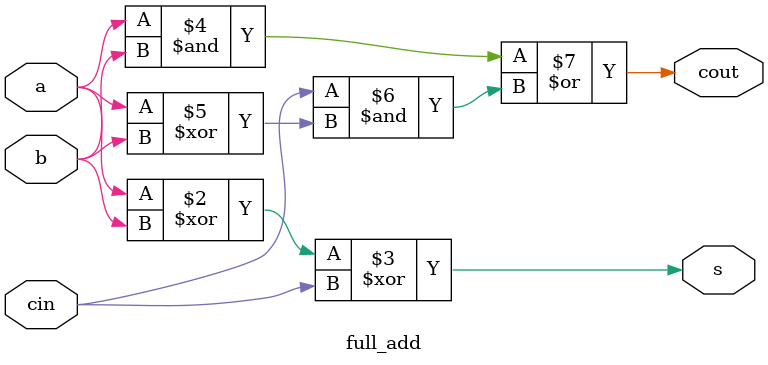
<source format=v>
module full_add (a,b,cin,s,cout);  
	input a,b,cin;       
	output s,cout;               
	reg s,cout;             
	
	always @(a or b or cin)begin
		s = a ^ b ^ cin;
		cout = a & b |(cin&(a^b));
	end
	
endmodule


</source>
